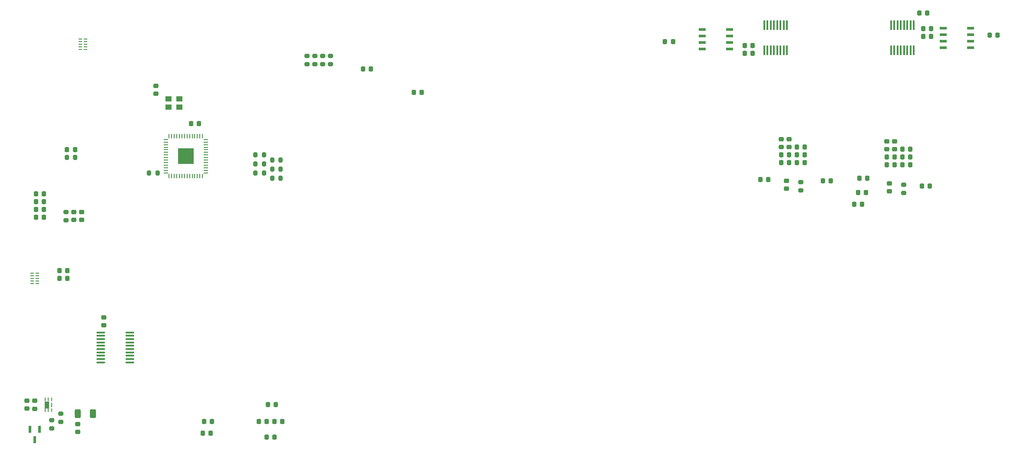
<source format=gbp>
%TF.GenerationSoftware,KiCad,Pcbnew,8.0.5*%
%TF.CreationDate,2025-04-11T15:09:43-05:00*%
%TF.ProjectId,PSEC5_Ctrl_Board,50534543-355f-4437-9472-6c5f426f6172,rev?*%
%TF.SameCoordinates,Original*%
%TF.FileFunction,Paste,Bot*%
%TF.FilePolarity,Positive*%
%FSLAX46Y46*%
G04 Gerber Fmt 4.6, Leading zero omitted, Abs format (unit mm)*
G04 Created by KiCad (PCBNEW 8.0.5) date 2025-04-11 15:09:43*
%MOMM*%
%LPD*%
G01*
G04 APERTURE LIST*
G04 Aperture macros list*
%AMRoundRect*
0 Rectangle with rounded corners*
0 $1 Rounding radius*
0 $2 $3 $4 $5 $6 $7 $8 $9 X,Y pos of 4 corners*
0 Add a 4 corners polygon primitive as box body*
4,1,4,$2,$3,$4,$5,$6,$7,$8,$9,$2,$3,0*
0 Add four circle primitives for the rounded corners*
1,1,$1+$1,$2,$3*
1,1,$1+$1,$4,$5*
1,1,$1+$1,$6,$7*
1,1,$1+$1,$8,$9*
0 Add four rect primitives between the rounded corners*
20,1,$1+$1,$2,$3,$4,$5,0*
20,1,$1+$1,$4,$5,$6,$7,0*
20,1,$1+$1,$6,$7,$8,$9,0*
20,1,$1+$1,$8,$9,$2,$3,0*%
G04 Aperture macros list end*
%ADD10C,0.000000*%
%ADD11RoundRect,0.200000X0.200000X0.275000X-0.200000X0.275000X-0.200000X-0.275000X0.200000X-0.275000X0*%
%ADD12RoundRect,0.200000X-0.200000X-0.275000X0.200000X-0.275000X0.200000X0.275000X-0.200000X0.275000X0*%
%ADD13RoundRect,0.225000X-0.225000X-0.250000X0.225000X-0.250000X0.225000X0.250000X-0.225000X0.250000X0*%
%ADD14RoundRect,0.225000X-0.250000X0.225000X-0.250000X-0.225000X0.250000X-0.225000X0.250000X0.225000X0*%
%ADD15RoundRect,0.200000X-0.275000X0.200000X-0.275000X-0.200000X0.275000X-0.200000X0.275000X0.200000X0*%
%ADD16RoundRect,0.225000X0.225000X0.250000X-0.225000X0.250000X-0.225000X-0.250000X0.225000X-0.250000X0*%
%ADD17R,1.397000X0.558800*%
%ADD18R,0.355600X1.981200*%
%ADD19RoundRect,0.225000X0.250000X-0.225000X0.250000X0.225000X-0.250000X0.225000X-0.250000X-0.225000X0*%
%ADD20R,0.558800X1.320800*%
%ADD21RoundRect,0.250000X-0.312500X-0.625000X0.312500X-0.625000X0.312500X0.625000X-0.312500X0.625000X0*%
%ADD22R,0.711200X0.203200*%
%ADD23R,0.203200X0.685800*%
%ADD24R,0.853186X1.397000*%
%ADD25R,0.228600X0.863600*%
%ADD26R,1.200000X1.000000*%
%ADD27R,0.254000X0.812800*%
%ADD28R,0.812800X0.254000*%
%ADD29R,3.098800X3.098800*%
%ADD30O,1.699999X0.349999*%
G04 APERTURE END LIST*
D10*
%TO.C,U1*%
G36*
X97436000Y-73306000D02*
G01*
X96086600Y-73306000D01*
X96086600Y-71956600D01*
X97436000Y-71956600D01*
X97436000Y-73306000D01*
G37*
G36*
X97436000Y-74855400D02*
G01*
X96086600Y-74855400D01*
X96086600Y-73506000D01*
X97436000Y-73506000D01*
X97436000Y-74855400D01*
G37*
G36*
X98985400Y-73306000D02*
G01*
X97636000Y-73306000D01*
X97636000Y-71956600D01*
X98985400Y-71956600D01*
X98985400Y-73306000D01*
G37*
G36*
X98985400Y-74855400D02*
G01*
X97636000Y-74855400D01*
X97636000Y-73506000D01*
X98985400Y-73506000D01*
X98985400Y-74855400D01*
G37*
%TD*%
D11*
%TO.C,R5*%
X112776000Y-73152000D03*
X111126000Y-73152000D03*
%TD*%
%TO.C,R1*%
X116015000Y-77724000D03*
X114365000Y-77724000D03*
%TD*%
D12*
%TO.C,R84*%
X90361000Y-76708000D03*
X92011000Y-76708000D03*
%TD*%
D13*
%TO.C,C71*%
X141973000Y-60960000D03*
X143523000Y-60960000D03*
%TD*%
D14*
%TO.C,C94*%
X76454000Y-125717000D03*
X76454000Y-127267000D03*
%TD*%
D15*
%TO.C,R75*%
X125730000Y-53785000D03*
X125730000Y-55435000D03*
%TD*%
D16*
%TO.C,C99*%
X230391000Y-77724000D03*
X228841000Y-77724000D03*
%TD*%
D13*
%TO.C,C117*%
X237223000Y-72009000D03*
X238773000Y-72009000D03*
%TD*%
%TO.C,C83*%
X113525000Y-121920000D03*
X115075000Y-121920000D03*
%TD*%
D17*
%TO.C,U8*%
X250558300Y-48387000D03*
X250558300Y-49657000D03*
X250558300Y-50927000D03*
X250558300Y-52197000D03*
X245249700Y-52197000D03*
X245249700Y-50927000D03*
X245249700Y-49657000D03*
X245249700Y-48387000D03*
%TD*%
D14*
%TO.C,C60*%
X91694000Y-59677000D03*
X91694000Y-61227000D03*
%TD*%
D16*
%TO.C,C32*%
X242837000Y-48514000D03*
X241287000Y-48514000D03*
%TD*%
D11*
%TO.C,R7*%
X112776000Y-76708000D03*
X111126000Y-76708000D03*
%TD*%
D16*
%TO.C,C101*%
X229375000Y-82804000D03*
X227825000Y-82804000D03*
%TD*%
D18*
%TO.C,U4*%
X239458500Y-52755800D03*
X238823500Y-52755800D03*
X238188500Y-52755800D03*
X237553500Y-52755800D03*
X236918500Y-52755800D03*
X236283500Y-52755800D03*
X235648500Y-52755800D03*
X235013500Y-52755800D03*
X235013500Y-47828200D03*
X235648500Y-47828200D03*
X236283500Y-47828200D03*
X236918500Y-47828200D03*
X237553500Y-47828200D03*
X238188500Y-47828200D03*
X238823500Y-47828200D03*
X239458500Y-47828200D03*
%TD*%
D16*
%TO.C,C155*%
X100089000Y-67056000D03*
X98539000Y-67056000D03*
%TD*%
D11*
%TO.C,R3*%
X116015000Y-75946000D03*
X114365000Y-75946000D03*
%TD*%
D15*
%TO.C,R70*%
X121158000Y-53785000D03*
X121158000Y-55435000D03*
%TD*%
%TO.C,R58*%
X73152000Y-123635000D03*
X73152000Y-125285000D03*
%TD*%
D16*
%TO.C,C53*%
X69863000Y-85344000D03*
X68313000Y-85344000D03*
%TD*%
D19*
%TO.C,C38*%
X215138000Y-71641000D03*
X215138000Y-70091000D03*
%TD*%
D13*
%TO.C,C90*%
X206489000Y-51816000D03*
X208039000Y-51816000D03*
%TD*%
%TO.C,C69*%
X72898000Y-97282000D03*
X74448000Y-97282000D03*
%TD*%
D20*
%TO.C,Q4*%
X67121999Y-126746000D03*
X69022001Y-126746000D03*
X68072000Y-128778000D03*
%TD*%
D14*
%TO.C,C114*%
X214630000Y-78219000D03*
X214630000Y-79769000D03*
%TD*%
%TO.C,C82*%
X68072000Y-121158000D03*
X68072000Y-122708000D03*
%TD*%
D15*
%TO.C,L5*%
X74168000Y-84265000D03*
X74168000Y-85915000D03*
%TD*%
D13*
%TO.C,C116*%
X216662000Y-71628000D03*
X218212000Y-71628000D03*
%TD*%
D21*
%TO.C,FB2*%
X76515500Y-123698000D03*
X79440500Y-123698000D03*
%TD*%
D16*
%TO.C,C55*%
X69863000Y-82296000D03*
X68313000Y-82296000D03*
%TD*%
%TO.C,C29*%
X192532300Y-51054000D03*
X190982300Y-51054000D03*
%TD*%
D13*
%TO.C,C78*%
X216662000Y-74676000D03*
X218212000Y-74676000D03*
%TD*%
D15*
%TO.C,R66*%
X71374000Y-124905000D03*
X71374000Y-126555000D03*
%TD*%
D13*
%TO.C,C30*%
X206489000Y-53340000D03*
X208039000Y-53340000D03*
%TD*%
D16*
%TO.C,C84*%
X116345000Y-125222000D03*
X114795000Y-125222000D03*
%TD*%
D19*
%TO.C,C37*%
X213614000Y-71641000D03*
X213614000Y-70091000D03*
%TD*%
%TO.C,C64*%
X75692000Y-85865000D03*
X75692000Y-84315000D03*
%TD*%
D13*
%TO.C,C75*%
X237223000Y-73533000D03*
X238773000Y-73533000D03*
%TD*%
D16*
%TO.C,C89*%
X242837000Y-50038000D03*
X241287000Y-50038000D03*
%TD*%
D13*
%TO.C,C36*%
X234175000Y-75057000D03*
X235725000Y-75057000D03*
%TD*%
%TO.C,C107*%
X72898000Y-95758000D03*
X74448000Y-95758000D03*
%TD*%
D16*
%TO.C,C86*%
X113297000Y-125222000D03*
X111747000Y-125222000D03*
%TD*%
%TO.C,C100*%
X230137000Y-80518000D03*
X228587000Y-80518000D03*
%TD*%
%TO.C,C112*%
X211087000Y-77978000D03*
X209537000Y-77978000D03*
%TD*%
D18*
%TO.C,U2*%
X210312000Y-47828200D03*
X210947000Y-47828200D03*
X211582000Y-47828200D03*
X212217000Y-47828200D03*
X212852000Y-47828200D03*
X213487000Y-47828200D03*
X214122000Y-47828200D03*
X214757000Y-47828200D03*
X214757000Y-52755800D03*
X214122000Y-52755800D03*
X213487000Y-52755800D03*
X212852000Y-52755800D03*
X212217000Y-52755800D03*
X211582000Y-52755800D03*
X210947000Y-52755800D03*
X210312000Y-52755800D03*
%TD*%
D15*
%TO.C,R73*%
X124206000Y-53785000D03*
X124206000Y-55435000D03*
%TD*%
D16*
%TO.C,C56*%
X69863000Y-80772000D03*
X68313000Y-80772000D03*
%TD*%
D13*
%TO.C,C57*%
X74396000Y-72136000D03*
X75946000Y-72136000D03*
%TD*%
D14*
%TO.C,C41*%
X234696000Y-78727000D03*
X234696000Y-80277000D03*
%TD*%
D13*
%TO.C,C35*%
X234175000Y-73533000D03*
X235725000Y-73533000D03*
%TD*%
D16*
%TO.C,C85*%
X102629000Y-125222000D03*
X101079000Y-125222000D03*
%TD*%
%TO.C,C87*%
X114821000Y-128270000D03*
X113271000Y-128270000D03*
%TD*%
D15*
%TO.C,R57*%
X237490000Y-78931000D03*
X237490000Y-80581000D03*
%TD*%
D16*
%TO.C,C88*%
X102375000Y-127508000D03*
X100825000Y-127508000D03*
%TD*%
D13*
%TO.C,C40*%
X213601000Y-74676000D03*
X215151000Y-74676000D03*
%TD*%
%TO.C,C113*%
X221729000Y-78232000D03*
X223279000Y-78232000D03*
%TD*%
D16*
%TO.C,C70*%
X133617000Y-56388000D03*
X132067000Y-56388000D03*
%TD*%
D13*
%TO.C,C24*%
X241033000Y-79248000D03*
X242583000Y-79248000D03*
%TD*%
D22*
%TO.C,U10*%
X68567300Y-96281999D03*
X68567300Y-96782001D03*
X68567300Y-97282000D03*
X68567300Y-97781999D03*
X68567300Y-98282001D03*
X67576700Y-98282001D03*
X67576700Y-97781999D03*
X67576700Y-97282000D03*
X67576700Y-96782001D03*
X67576700Y-96281999D03*
%TD*%
D13*
%TO.C,C79*%
X216662000Y-73152000D03*
X218212000Y-73152000D03*
%TD*%
D15*
%TO.C,R56*%
X217424000Y-78423000D03*
X217424000Y-80073000D03*
%TD*%
D13*
%TO.C,C73*%
X237223000Y-75057000D03*
X238773000Y-75057000D03*
%TD*%
%TO.C,C91*%
X240525000Y-45466000D03*
X242075000Y-45466000D03*
%TD*%
D11*
%TO.C,R6*%
X112776000Y-74930000D03*
X111126000Y-74930000D03*
%TD*%
D19*
%TO.C,C33*%
X234188000Y-72022000D03*
X234188000Y-70472000D03*
%TD*%
D14*
%TO.C,C95*%
X66548000Y-121145000D03*
X66548000Y-122695000D03*
%TD*%
D22*
%TO.C,U3*%
X77965300Y-50561999D03*
X77965300Y-51062001D03*
X77965300Y-51562000D03*
X77965300Y-52061999D03*
X77965300Y-52562001D03*
X76974700Y-52562001D03*
X76974700Y-52061999D03*
X76974700Y-51562000D03*
X76974700Y-51062001D03*
X76974700Y-50561999D03*
%TD*%
D14*
%TO.C,C43*%
X81534000Y-104889000D03*
X81534000Y-106439000D03*
%TD*%
D11*
%TO.C,R4*%
X116015000Y-74168000D03*
X114365000Y-74168000D03*
%TD*%
D19*
%TO.C,C34*%
X235712000Y-72035000D03*
X235712000Y-70485000D03*
%TD*%
D16*
%TO.C,C54*%
X69863000Y-83820000D03*
X68313000Y-83820000D03*
%TD*%
D17*
%TO.C,U7*%
X198247000Y-52451000D03*
X198247000Y-51181000D03*
X198247000Y-49911000D03*
X198247000Y-48641000D03*
X203555600Y-48641000D03*
X203555600Y-49911000D03*
X203555600Y-51181000D03*
X203555600Y-52451000D03*
%TD*%
D23*
%TO.C,U14*%
X70104000Y-122986800D03*
X70753986Y-122986800D03*
D24*
X70428993Y-121945400D03*
D23*
X70104000Y-120904000D03*
X70753986Y-120904000D03*
X71403972Y-122986800D03*
X71403972Y-120904000D03*
D25*
X71417986Y-121945400D03*
%TD*%
D26*
%TO.C,Y3*%
X94200000Y-62167000D03*
X96300000Y-62167000D03*
X96300000Y-63817000D03*
X94200000Y-63817000D03*
%TD*%
D27*
%TO.C,U1*%
X100786001Y-77304900D03*
X100286000Y-77304900D03*
X99786001Y-77304900D03*
X99285999Y-77304900D03*
X98786000Y-77304900D03*
X98286001Y-77304900D03*
X97786000Y-77304900D03*
X97286000Y-77304900D03*
X96785999Y-77304900D03*
X96286000Y-77304900D03*
X95786001Y-77304900D03*
X95285999Y-77304900D03*
X94786000Y-77304900D03*
X94285999Y-77304900D03*
D28*
X93637100Y-76656001D03*
X93637100Y-76156000D03*
X93637100Y-75656001D03*
X93637100Y-75155999D03*
X93637100Y-74656000D03*
X93637100Y-74156001D03*
X93637100Y-73656000D03*
X93637100Y-73156000D03*
X93637100Y-72655999D03*
X93637100Y-72156000D03*
X93637100Y-71656001D03*
X93637100Y-71155999D03*
X93637100Y-70656000D03*
X93637100Y-70155999D03*
D27*
X94285999Y-69507100D03*
X94786000Y-69507100D03*
X95285999Y-69507100D03*
X95786001Y-69507100D03*
X96286000Y-69507100D03*
X96785999Y-69507100D03*
X97286000Y-69507100D03*
X97786000Y-69507100D03*
X98286001Y-69507100D03*
X98786000Y-69507100D03*
X99285999Y-69507100D03*
X99786001Y-69507100D03*
X100286000Y-69507100D03*
X100786001Y-69507100D03*
D28*
X101434900Y-70155999D03*
X101434900Y-70656000D03*
X101434900Y-71155999D03*
X101434900Y-71656001D03*
X101434900Y-72156000D03*
X101434900Y-72655999D03*
X101434900Y-73156000D03*
X101434900Y-73656000D03*
X101434900Y-74156001D03*
X101434900Y-74656000D03*
X101434900Y-75155999D03*
X101434900Y-75656001D03*
X101434900Y-76156000D03*
X101434900Y-76656001D03*
D29*
X97536000Y-73406000D03*
%TD*%
D30*
%TO.C,U6*%
X86669999Y-107819000D03*
X86669999Y-108469001D03*
X86669999Y-109118999D03*
X86669999Y-109769001D03*
X86669999Y-110418999D03*
X86669999Y-111069001D03*
X86669999Y-111718999D03*
X86669999Y-112369001D03*
X86669999Y-113018999D03*
X86669999Y-113669000D03*
X80970001Y-113669000D03*
X80970001Y-113018999D03*
X80970001Y-112369001D03*
X80970001Y-111718999D03*
X80970001Y-111069001D03*
X80970001Y-110418999D03*
X80970001Y-109769001D03*
X80970001Y-109118999D03*
X80970001Y-108469001D03*
X80970001Y-107819000D03*
%TD*%
D13*
%TO.C,C39*%
X213601000Y-73152000D03*
X215151000Y-73152000D03*
%TD*%
D15*
%TO.C,R71*%
X122682000Y-53785000D03*
X122682000Y-55435000D03*
%TD*%
D19*
%TO.C,C62*%
X77216000Y-85865000D03*
X77216000Y-84315000D03*
%TD*%
D12*
%TO.C,R100*%
X74346000Y-73660000D03*
X75996000Y-73660000D03*
%TD*%
D13*
%TO.C,C31*%
X254241000Y-49784000D03*
X255791000Y-49784000D03*
%TD*%
M02*

</source>
